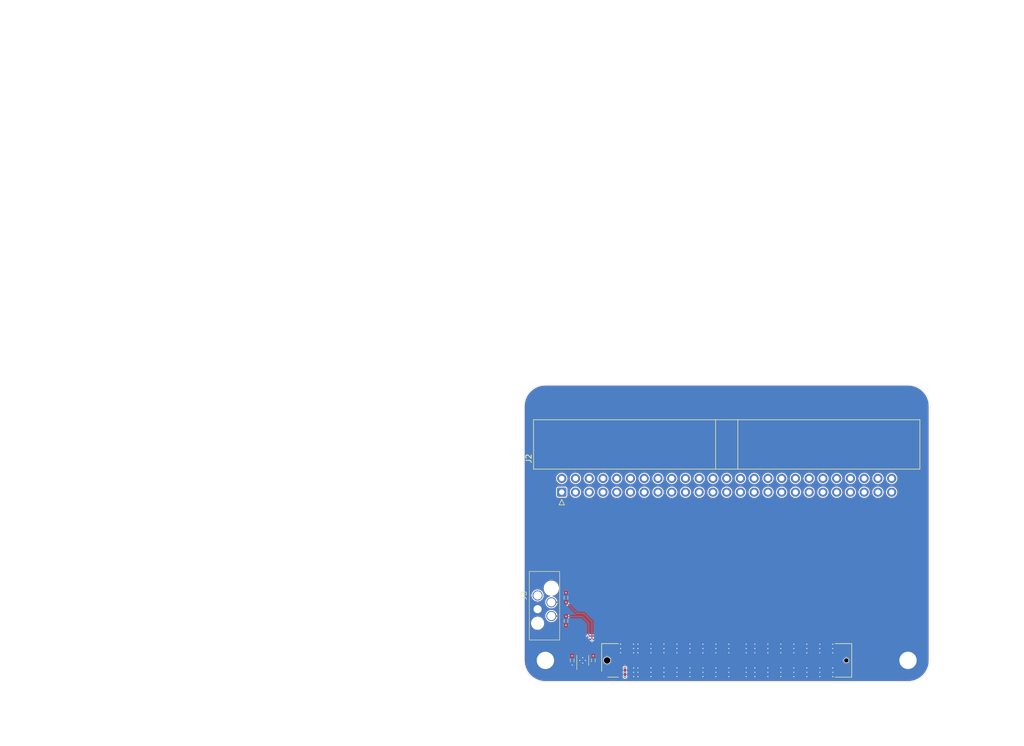
<source format=kicad_pcb>
(kicad_pcb (version 20240108) (generator "pcbnew") (generator_version "8.0")
  (title_block (title "Squishy - SE PHY ") (date "2024-06-14") (rev "1") (company "Shrine Maiden Heavy Industries") (comment 1 "License: CERN-OHL-S") (comment 2 "© 2024 Aki 'lethalbit' Van Ness, et. al.") (comment 3 "No warranty expressed or implied") (comment 4 "Squishy - SCSI Multitool"))
  (layers (0 "F.Cu" signal) (1 "In1.Cu" signal) (2 "In2.Cu" signal) (3 "In3.Cu" signal) (4 "In4.Cu" signal) (31 "B.Cu" signal) (34 "B.Paste" user) (35 "F.Paste" user) (36 "B.SilkS" user "B.Silkscreen") (37 "F.SilkS" user "F.Silkscreen") (38 "B.Mask" user) (39 "F.Mask" user) (44 "Edge.Cuts" user))
  (net 0 "")
  (net 1 "GND")
  (net 4 "/PHY.ID_SCL")
  (net 5 "+3V3")
  (net 6 "/PHY.ID_SDA")
  (net 7 "/CON.DP14+")
  (net 8 "/CON.C{slash}D+")
  (net 9 "/CON.DB10-")
  (net 10 "/CON.DB4-")
  (net 11 "/CON.ACK+")
  (net 12 "/CON.TERMPWR")
  (net 13 "/CON.DP1+")
  (net 14 "/CON.BSY-")
  (net 15 "/CON.RST-")
  (net 16 "/CON.DB2-")
  (net 17 "/CON.BSY+")
  (net 18 "/CON.DB5+")
  (net 19 "/CON.ATN-")
  (net 20 "/CON.DP0+")
  (net 21 "/CON.SEL+")
  (net 22 "/CON.ATN+")
  (net 23 "/CON.DB9-")
  (net 24 "/CON.SEL-")
  (net 25 "/CON.DB9+")
  (net 26 "/CON.DB0-")
  (net 27 "/CON.DB11+")
  (net 28 "/CON.DB7+")
  (net 29 "/CON.DP1-")
  (net 30 "/CON.DB5-")
  (net 31 "/CON.REQ-")
  (net 32 "/CON.DB1-")
  (net 33 "/CON.DB13+")
  (net 34 "/CON.REQ+")
  (net 35 "/CON.DB3-")
  (net 36 "/CON.DB8+")
  (net 37 "/CON.DB13-")
  (net 38 "/CON.DB15-")
  (net 39 "/CON.MSG+")
  (net 40 "/CON.DB11-")
  (net 41 "/CON.DP12+")
  (net 42 "/CON.DB3+")
  (net 43 "/CON.ACK-")
  (net 44 "/CON.DIFFSENSE")
  (net 45 "/CON.I{slash}O+")
  (net 46 "/CON.I{slash}O-")
  (net 47 "/CON.DB4+")
  (net 48 "/CON.DB15+")
  (net 49 "/CON.DB6-")
  (net 50 "/CON.DP14-")
  (net 51 "/CON.RST+")
  (net 52 "/CON.DB8-")
  (net 53 "/CON.DB10+")
  (net 54 "/CON.MSG-")
  (net 55 "/CON.DB6+")
  (net 56 "/CON.C{slash}D-")
  (net 57 "/CON.DB7-")
  (net 58 "/CON.DP12-")
  (net 59 "/CON.DB1+")
  (net 60 "/CON.DP0-")
  (net 61 "/CON.DB2+")
  (net 62 "/CON.DB0+")
  (net 63 "Net-(U1-E0)")
  (footprint "lethalbit-connectors:1014457-10x80xLF" (layer "F.Cu") (at 147.5 136 180)
    (property "Reference" "J1" (hide yes))
    (property "Value" "SCSI PHY Mezz")
    (fp_line (start 23.100001 3.1) (end 23.1 -2) (stroke (width 0.12)) (layer "F.SilkS"))
    (fp_line (start 23.100001 3.1) (end 20.000001 3.1) (stroke (width 0.12)) (layer "F.SilkS"))
    (fp_line (start 22 -3.1) (end 20.000001 -3.1) (stroke (width 0.12)) (layer "F.SilkS"))
    (fp_line (start -20.000001 3.1) (end -23.100001 3.1) (stroke (width 0.12)) (layer "F.SilkS"))
    (fp_line (start -20.000001 -3.1) (end -23.100001 -3.1) (stroke (width 0.12)) (layer "F.SilkS"))
    (fp_line (start -23.100001 3.1) (end -23.100001 -3.1) (stroke (width 0.12)) (layer "F.SilkS"))
    (pad "" np_thru_hole circle (at -22.1 0 180) (size 0.8 0.8) (drill 0.8) (layers "*.Mask"))
    (pad "" np_thru_hole circle (at 22.1 0 180) (size 1.2 1.2) (drill 1.2) (layers "*.Mask"))
    (pad "1" smd roundrect (at 19.6 -2.2 180) (size 0.4 2) (layers "F.Cu" "F.Paste" "F.Mask") (net 1 "GND"))
    (pad "2" smd roundrect (at 19.6 2.2 180) (size 0.4 2) (layers "F.Cu" "F.Paste" "F.Mask") (net 1 "GND"))
    (pad "3" smd roundrect (at 18.8 -2.199999 180) (size 0.4 2) (layers "F.Cu" "F.Paste" "F.Mask") (net 5 "+3V3"))
    (pad "4" smd roundrect (at 18.8 2.199999 180) (size 0.4 2) (layers "F.Cu" "F.Paste" "F.Mask") (net 6 "/PHY.ID_SDA"))
    (pad "5" smd roundrect (at 18 -2.2 180) (size 0.4 2) (layers "F.Cu" "F.Paste" "F.Mask"))
    (pad "6" smd roundrect (at 18 2.2 180) (size 0.4 2) (layers "F.Cu" "F.Paste" "F.Mask") (net 4 "/PHY.ID_SCL"))
    (pad "7" smd roundrect (at 17.200001 -2.2 180) (size 0.4 2) (layers "F.Cu" "F.Paste" "F.Mask") (net 1 "GND"))
    (pad "8" smd roundrect (at 17.200001 2.2 180) (size 0.4 2) (layers "F.Cu" "F.Paste" "F.Mask") (net 1 "GND"))
    (pad "9" smd roundrect (at 16.4 -2.2 180) (size 0.4 2) (layers "F.Cu" "F.Paste" "F.Mask") (net 1 "GND"))
    (pad "10" smd roundrect (at 16.4 2.2 180) (size 0.4 2) (layers "F.Cu" "F.Paste" "F.Mask") (net 1 "GND"))
    (pad "11" smd roundrect (at 15.6 -2.2 180) (size 0.4 2) (layers "F.Cu" "F.Paste" "F.Mask") (net 41 "/CON.DP12+"))
    (pad "12" smd roundrect (at 15.6 2.2 180) (size 0.4 2) (layers "F.Cu" "F.Paste" "F.Mask") (net 58 "/CON.DP12-"))
    (pad "13" smd roundrect (at 14.799999 -2.2 180) (size 0.4 2) (layers "F.Cu" "F.Paste" "F.Mask") (net 33 "/CON.DB13+"))
    (pad "14" smd roundrect (at 14.799999 2.2 180) (size 0.4 2) (layers "F.Cu" "F.Paste" "F.Mask") (net 37 "/CON.DB13-"))
    (pad "15" smd roundrect (at 14 -2.2 180) (size 0.4 2) (layers "F.Cu" "F.Paste" "F.Mask") (net 1 "GND"))
    (pad "16" smd roundrect (at 14 2.2 180) (size 0.4 2) (layers "F.Cu" "F.Paste" "F.Mask") (net 1 "GND"))
    (pad "17" smd roundrect (at 13.2 -2.199999 180) (size 0.4 2) (layers "F.Cu" "F.Paste" "F.Mask") (net 7 "/CON.DP14+"))
    (pad "18" smd roundrect (at 13.2 2.199999 180) (size 0.4 2) (layers "F.Cu" "F.Paste" "F.Mask") (net 50 "/CON.DP14-"))
    (pad "19" smd roundrect (at 12.4 -2.2 180) (size 0.4 2) (layers "F.Cu" "F.Paste" "F.Mask") (net 48 "/CON.DB15+"))
    (pad "20" smd roundrect (at 12.4 2.2 180) (size 0.4 2) (layers "F.Cu" "F.Paste" "F.Mask") (net 38 "/CON.DB15-"))
    (pad "21" smd roundrect (at 11.6 -2.2 180) (size 0.4 2) (layers "F.Cu" "F.Paste" "F.Mask") (net 1 "GND"))
    (pad "22" smd roundrect (at 11.6 2.2 180) (size 0.4 2) (layers "F.Cu" "F.Paste" "F.Mask") (net 1 "GND"))
    (pad "23" smd roundrect (at 10.8 -2.2 180) (size 0.4 2) (layers "F.Cu" "F.Paste" "F.Mask") (net 13 "/CON.DP1+"))
    (pad "24" smd roundrect (at 10.8 2.2 180) (size 0.4 2) (layers "F.Cu" "F.Paste" "F.Mask") (net 29 "/CON.DP1-"))
    (pad "25" smd roundrect (at 10 -2.2 180) (size 0.4 2) (layers "F.Cu" "F.Paste" "F.Mask") (net 62 "/CON.DB0+"))
    (pad "26" smd roundrect (at 10 2.2 180) (size 0.4 2) (layers "F.Cu" "F.Paste" "F.Mask") (net 26 "/CON.DB0-"))
    (pad "27" smd roundrect (at 9.199999 -2.2 180) (size 0.4 2) (layers "F.Cu" "F.Paste" "F.Mask") (net 1 "GND"))
    (pad "28" smd roundrect (at 9.199999 2.2 180) (size 0.4 2) (layers "F.Cu" "F.Paste" "F.Mask") (net 1 "GND"))
    (pad "29" smd roundrect (at 8.4 -2.2 180) (size 0.4 2) (layers "F.Cu" "F.Paste" "F.Mask") (net 59 "/CON.DB1+"))
    (pad "30" smd roundrect (at 8.4 2.2 180) (size 0.4 2) (layers "F.Cu" "F.Paste" "F.Mask") (net 32 "/CON.DB1-"))
    (pad "31" smd roundrect (at 7.6 -2.199999 180) (size 0.4 2) (layers "F.Cu" "F.Paste" "F.Mask") (net 61 "/CON.DB2+"))
    (pad "32" smd roundrect (at 7.6 2.199999 180) (size 0.4 2) (layers "F.Cu" "F.Paste" "F.Mask") (net 16 "/CON.DB2-"))
    (pad "33" smd roundrect (at 6.8 -2.2 180) (size 0.4 2) (layers "F.Cu" "F.Paste" "F.Mask") (net 1 "GND"))
    (pad "34" smd roundrect (at 6.8 2.2 180) (size 0.4 2) (layers "F.Cu" "F.Paste" "F.Mask") (net 1 "GND"))
    (pad "35" smd roundrect (at 6 -2.2 180) (size 0.4 2) (layers "F.Cu" "F.Paste" "F.Mask") (net 42 "/CON.DB3+"))
    (pad "36" smd roundrect (at 6 2.2 180) (size 0.4 2) (layers "F.Cu" "F.Paste" "F.Mask") (net 35 "/CON.DB3-"))
    (pad "37" smd roundrect (at 5.2 -2.2 180) (size 0.4 2) (layers "F.Cu" "F.Paste" "F.Mask") (net 47 "/CON.DB4+"))
    (pad "38" smd roundrect (at 5.2 2.2 180) (size 0.4 2) (layers "F.Cu" "F.Paste" "F.Mask") (net 10 "/CON.DB4-"))
    (pad "39" smd roundrect (at 4.4 -2.2 180) (size 0.4 2) (layers "F.Cu" "F.Paste" "F.Mask") (net 1 "GND"))
    (pad "40" smd roundrect (at 4.4 2.2 180) (size 0.4 2) (layers "F.Cu" "F.Paste" "F.Mask") (net 1 "GND"))
    (pad "41" smd roundrect (at 3.599999 -2.2 180) (size 0.4 2) (layers "F.Cu" "F.Paste" "F.Mask") (net 18 "/CON.DB5+"))
    (pad "42" smd roundrect (at 3.599999 2.2 180) (size 0.4 2) (layers "F.Cu" "F.Paste" "F.Mask") (net 30 "/CON.DB5-"))
    (pad "43" smd roundrect (at 2.8 -2.2 180) (size 0.4 2) (layers "F.Cu" "F.Paste" "F.Mask") (net 55 "/CON.DB6+"))
    (pad "44" smd roundrect (at 2.8 2.2 180) (size 0.4 2) (layers "F.Cu" "F.Paste" "F.Mask") (net 49 "/CON.DB6-"))
    (pad "45" smd roundrect (at 2 -2.199999 180) (size 0.4 2) (layers "F.Cu" "F.Paste" "F.Mask") (net 1 "GND"))
    (pad "46" smd roundrect (at 2 2.199999 180) (size 0.4 2) (layers "F.Cu" "F.Paste" "F.Mask") (net 1 "GND"))
    (pad "47" smd roundrect (at 1.2 -2.2 180) (size 0.4 2) (layers "F.Cu" "F.Paste" "F.Mask") (net 28 "/CON.DB7+"))
    (pad "48" smd roundrect (at 1.2 2.2 180) (size 0.4 2) (layers "F.Cu" "F.Paste" "F.Mask") (net 57 "/CON.DB7-"))
    (pad "49" smd roundrect (at 0.4 -2.2 180) (size 0.4 2) (layers "F.Cu" "F.Paste" "F.Mask") (net 20 "/CON.DP0+"))
    (pad "50" smd roundrect (at 0.4 2.2 180) (size 0.4 2) (layers "F.Cu" "F.Paste" "F.Mask") (net 60 "/CON.DP0-"))
    (pad "51" smd roundrect (at -0.4 -2.2 180) (size 0.4 2) (layers "F.Cu" "F.Paste" "F.Mask") (net 1 "GND"))
    (pad "52" smd roundrect (at -0.4 2.2 180) (size 0.4 2) (layers "F.Cu" "F.Paste" "F.Mask") (net 1 "GND"))
    (pad "53" smd roundrect (at -1.2 -2.2 180) (size 0.4 2) (layers "F.Cu" "F.Paste" "F.Mask") (net 44 "/CON.DIFFSENSE"))
    (pad "54" smd roundrect (at -1.2 2.2 180) (size 0.4 2) (layers "F.Cu" "F.Paste" "F.Mask"))
    (pad "55" smd roundrect (at -2 -2.199999 180) (size 0.4 2) (layers "F.Cu" "F.Paste" "F.Mask") (net 12 "/CON.TERMPWR"))
    (pad "56" smd roundrect (at -2 2.199999 180) (size 0.4 2) (layers "F.Cu" "F.Paste" "F.Mask") (net 12 "/CON.TERMPWR"))
    (pad "57" smd roundrect (at -2.8 -2.2 180) (size 0.4 2) (layers "F.Cu" "F.Paste" "F.Mask") (net 12 "/CON.TERMPWR"))
    (pad "58" smd roundrect (at -2.8 2.2 180) (size 0.4 2) (layers "F.Cu" "F.Paste" "F.Mask") (net 12 "/CON.TERMPWR"))
    (pad "59" smd roundrect (at -3.599999 -2.2 180) (size 0.4 2) (layers "F.Cu" "F.Paste" "F.Mask") (net 1 "GND"))
    (pad "60" smd roundrect (at -3.599999 2.2 180) (size 0.4 2) (layers "F.Cu" "F.Paste" "F.Mask") (net 1 "GND"))
    (pad "61" smd roundrect (at -4.4 -2.2 180) (size 0.4 2) (layers "F.Cu" "F.Paste" "F.Mask") (net 22 "/CON.ATN+"))
    (pad "62" smd roundrect (at -4.4 2.2 180) (size 0.4 2) (layers "F.Cu" "F.Paste" "F.Mask") (net 19 "/CON.ATN-"))
    (pad "63" smd roundrect (at -5.2 -2.2 180) (size 0.4 2) (layers "F.Cu" "F.Paste" "F.Mask") (net 1 "GND"))
    (pad "64" smd roundrect (at -5.2 2.2 180) (size 0.4 2) (layers "F.Cu" "F.Paste" "F.Mask") (net 1 "GND"))
    (pad "65" smd roundrect (at -6 -2.2 180) (size 0.4 2) (layers "F.Cu" "F.Paste" "F.Mask") (net 17 "/CON.BSY+"))
    (pad "66" smd roundrect (at -6 2.2 180) (size 0.4 2) (layers "F.Cu" "F.Paste" "F.Mask") (net 14 "/CON.BSY-"))
    (pad "67" smd roundrect (at -6.8 -2.2 180) (size 0.4 2) (layers "F.Cu" "F.Paste" "F.Mask") (net 11 "/CON.ACK+"))
    (pad "68" smd roundrect (at -6.8 2.2 180) (size 0.4 2) (layers "F.Cu" "F.Paste" "F.Mask") (net 43 "/CON.ACK-"))
    (pad "69" smd roundrect (at -7.6 -2.199999 180) (size 0.4 2) (layers "F.Cu" "F.Paste" "F.Mask") (net 1 "GND"))
    (pad "70" smd roundrect (at -7.6 2.199999 180) (size 0.4 2) (layers "F.Cu" "F.Paste" "F.Mask") (net 1 "GND"))
    (pad "71" smd roundrect (at -8.4 -2.2 180) (size 0.4 2) (layers "F.Cu" "F.Paste" "F.Mask") (net 51 "/CON.RST+"))
    (pad "72" smd roundrect (at -8.4 2.2 180) (size 0.4 2) (layers "F.Cu" "F.Paste" "F.Mask") (net 15 "/CON.RST-"))
    (pad "73" smd roundrect (at -9.199999 -2.2 180) (size 0.4 2) (layers "F.Cu" "F.Paste" "F.Mask") (net 39 "/CON.MSG+"))
    (pad "74" smd roundrect (at -9.199999 2.2 180) (size 0.4 2) (layers "F.Cu" "F.Paste" "F.Mask") (net 54 "/CON.MSG-"))
    (pad "75" smd roundrect (at -10 -2.2 180) (size 0.4 2) (layers "F.Cu" "F.Paste" "F.Mask") (net 1 "GND"))
    (pad "76" smd roundrect (at -10 2.2 180) (size 0.4 2) (layers "F.Cu" "F.Paste" "F.Mask") (net 1 "GND"))
    (pad "77" smd roundrect (at -10.8 -2.2 180) (size 0.4 2) (layers "F.Cu" "F.Paste" "F.Mask") (net 21 "/CON.SEL+"))
    (pad "78" smd roundrect (at -10.8 2.2 180) (size 0.4 2) (layers "F.Cu" "F.Paste" "F.Mask") (net 24 "/CON.SEL-"))
    (pad "79" smd roundrect (at -11.6 -2.2 180) (size 0.4 2) (layers "F.Cu" "F.Paste" "F.Mask") (net 8 "/CON.C{slash}D+"))
    (pad "80" smd roundrect (at -11.6 2.2 180) (size 0.4 2) (layers "F.Cu" "F.Paste" "F.Mask") (net 56 "/CON.C{slash}D-"))
    (pad "81" smd roundrect (at -12.4 -2.2 180) (size 0.4 2) (layers "F.Cu" "F.Paste" "F.Mask") (net 1 "GND"))
    (pad "82" smd roundrect (at -12.4 2.2 180) (size 0.4 2) (layers "F.Cu" "F.Paste" "F.Mask") (net 1 "GND"))
    (pad "83" smd roundrect (at -13.2 -2.199999 180) (size 0.4 2) (layers "F.Cu" "F.Paste" "F.Mask") (net 34 "/CON.REQ+"))
    (pad "84" smd roundrect (at -13.2 2.199999 180) (size 0.4 2) (layers "F.Cu" "F.Paste" "F.Mask") (net 31 "/CON.REQ-"))
    (pad "85" smd roundrect (at -14 -2.2 180) (size 0.4 2) (layers "F.Cu" "F.Paste" "F.Mask") (net 45 "/CON.I{slash}O+"))
    (pad "86" smd roundrect (at -14 2.2 180) (size 0.4 2) (layers "F.Cu" "F.Paste" "F.Mask") (net 46 "/CON.I{slash}O-"))
    (pad "87" smd roundrect (at -14.799999 -2.2 180) (size 0.4 2) (layers "F.Cu" "F.Paste" "F.Mask") (net 1 "GND"))
    (pad "88" smd roundrect (at -14.799999 2.2 180) (size 0.4 2) (layers "F.Cu" "F.Paste" "F.Mask") (net 1 "GND"))
    (pad "89" smd roundrect (at -15.6 -2.2 180) (size 0.4 2) (layers "F.Cu" "F.Paste" "F.Mask") (net 36 "/CON.DB8+"))
    (pad "90" smd roundrect (at -15.6 2.2 180) (size 0.4 2) (layers "F.Cu" "F.Paste" "F.Mask") (net 52 "/CON.DB8-"))
    (pad "91" smd roundrect (at -16.4 -2.2 180) (size 0.4 2) (layers "F.Cu" "F.Paste" "F.Mask") (net 25 "/CON.DB9+"))
    (pad "92" smd roundrect (at -16.4 2.2 180) (size 0.4 2) (layers "F.Cu" "F.Paste" "F.Mask") (net 23 "/CON.DB9-"))
    (pad "93" smd roundrect (at -17.200001 -2.2 180) (size 0.4 2) (layers "F.Cu" "F.Paste" "F.Mask") (net 1 "GND"))
    (pad "94" smd roundrect (at -17.200001 2.2 180) (size 0.4 2) (layers "F.Cu" "F.Paste" "F.Mask") (net 1 "GND"))
    (pad "95" smd roundrect (at -18 -2.2 180) (size 0.4 2) (layers "F.Cu" "F.Paste" "F.Mask") (net 53 "/CON.DB10+"))
    (pad "96" smd roundrect (at -18 2.2 180) (size 0.4 2) (layers "F.Cu" "F.Paste" "F.Mask") (net 9 "/CON.DB10-"))
    (pad "97" smd roundrect (at -18.8 -2.199999 180) (size 0.4 2) (layers "F.Cu" "F.Paste" "F.Mask") (net 27 "/CON.DB11+"))
    (pad "98" smd roundrect (at -18.8 2.199999 180) (size 0.4 2) (layers "F.Cu" "F.Paste" "F.Mask") (net 40 "/CON.DB11-"))
    (pad "99" smd roundrect (at -19.6 -2.2 180) (size 0.4 2) (layers "F.Cu" "F.Paste" "F.Mask") (net 1 "GND"))
    (pad "100" smd roundrect (at -19.6 2.2 180) (size 0.4 2) (layers "F.Cu" "F.Paste" "F.Mask") (net 1 "GND"))
  )
  (footprint "Connector_IDC:IDC-Header_2x25_P2.54mm_Horizontal" (layer "F.Cu") (at 117.02 104.8975 90)
    (property "Reference" "J2" (at 6.215 -6.1 90) (layer "F.SilkS"))
    (property "Value" "Conn_02x25_Odd_Even")
    (fp_line (start 13.39 -5.21) (end 13.39 66.17) (stroke (width 0.12)) (layer "F.SilkS"))
    (fp_line (start 4.27 -5.21) (end 13.39 -5.21) (stroke (width 0.12)) (layer "F.SilkS"))
    (fp_line (start -2.35 -0.499999) (end -2.35 0.499999) (stroke (width 0.12)) (layer "F.SilkS"))
    (fp_line (start -1.35 0) (end -2.35 -0.499999) (stroke (width 0.12)) (layer "F.SilkS"))
    (fp_line (start -2.35 0.499999) (end -1.35 0) (stroke (width 0.12)) (layer "F.SilkS"))
    (fp_line (start 4.27 28.43) (end 13.39 28.43) (stroke (width 0.12)) (layer "F.SilkS"))
    (fp_line (start 4.27 32.530001) (end 13.39 32.53) (stroke (width 0.12)) (layer "F.SilkS"))
    (fp_line (start 13.39 66.17) (end 4.27 66.17) (stroke (width 0.12)) (layer "F.SilkS"))
    (fp_line (start 4.27 66.17) (end 4.27 -5.21) (stroke (width 0.12)) (layer "F.SilkS"))
    (pad "1" thru_hole roundrect (at 0 0 90) (size 1.7 1.7) (drill 1) (layers "*.Cu" "*.Mask") (roundrect_rratio 0.147059))
    (pad "2" thru_hole circle (at 2.54 0 90) (size 1.7 1.7) (drill 1) (layers "*.Cu" "*.Mask"))
    (pad "3" thru_hole circle (at 0 2.54 90) (size 1.7 1.7) (drill 1) (layers "*.Cu" "*.Mask"))
    (pad "4" thru_hole circle (at 2.54 2.54 90) (size 1.7 1.7) (drill 1) (layers "*.Cu" "*.Mask"))
    (pad "5" thru_hole circle (at 0 5.079999 90) (size 1.7 1.7) (drill 1) (layers "*.Cu" "*.Mask"))
    (pad "6" thru_hole circle (at 2.54 5.08 90) (size 1.7 1.7) (drill 1) (layers "*.Cu" "*.Mask"))
    (pad "7" thru_hole circle (at 0 7.62 90) (size 1.7 1.7) (drill 1) (layers "*.Cu" "*.Mask"))
    (pad "8" thru_hole circle (at 2.54 7.62 90) (size 1.7 1.7) (drill 1) (layers "*.Cu" "*.Mask"))
    (pad "9" thru_hole circle (at 0 10.16 90) (size 1.7 1.7) (drill 1) (layers "*.Cu" "*.Mask"))
    (pad "10" thru_hole circle (at 2.54 10.16 90) (size 1.7 1.7) (drill 1) (layers "*.Cu" "*.Mask"))
    (pad "11" thru_hole circle (at 0 12.7 90) (size 1.7 1.7) (drill 1) (layers "*.Cu" "*.Mask"))
    (pad "12" thru_hole circle (at 2.54 12.7 90) (size 1.7 1.7) (drill 1) (layers "*.Cu" "*.Mask"))
    (pad "13" thru_hole circle (at 0 15.24 90) (size 1.7 1.7) (drill 1) (layers "*.Cu" "*.Mask"))
    (pad "14" thru_hole circle (at 2.54 15.24 90) (size 1.7 1.7) (drill 1) (layers "*.Cu" "*.Mask"))
    (pad "15" thru_hole circle (at 0 17.780001 90) (size 1.7 1.7) (drill 1) (layers "*.Cu" "*.Mask"))
    (pad "16" thru_hole circle (at 2.54 17.78 90) (size 1.7 1.7) (drill 1) (layers "*.Cu" "*.Mask"))
    (pad "17" thru_hole circle (at 0 20.32 90) (size 1.7 1.7) (drill 1) (layers "*.Cu" "*.Mask"))
    (pad "18" thru_hole circle (at 2.54 20.32 90) (size 1.7 1.7) (drill 1) (layers "*.Cu" "*.Mask"))
    (pad "19" thru_hole circle (at 0 22.86 90) (size 1.7 1.7) (drill 1) (layers "*.Cu" "*.Mask"))
    (pad "20" thru_hole circle (at 2.54 22.86 90) (size 1.7 1.7) (drill 1) (layers "*.Cu" "*.Mask"))
    (pad "21" thru_hole circle (at 0 25.4 90) (size 1.7 1.7) (drill 1) (layers "*.Cu" "*.Mask"))
    (pad "22" thru_hole circle (at 2.54 25.4 90) (size 1.7 1.7) (drill 1) (layers "*.Cu" "*.Mask"))
    (pad "23" thru_hole circle (at 0 27.939999 90) (size 1.7 1.7) (drill 1) (layers "*.Cu" "*.Mask"))
    (pad "24" thru_hole circle (at 2.54 27.94 90) (size 1.7 1.7) (drill 1) (layers "*.Cu" "*.Mask"))
    (pad "25" thru_hole circle (at 0 30.48 90) (size 1.7 1.7) (drill 1) (layers "*.Cu" "*.Mask"))
    (pad "26" thru_hole circle (at 2.54 30.48 90) (size 1.7 1.7) (drill 1) (layers "*.Cu" "*.Mask"))
    (pad "27" thru_hole circle (at 0 33.02 90) (size 1.7 1.7) (drill 1) (layers "*.Cu" "*.Mask"))
    (pad "28" thru_hole circle (at 2.54 33.02 90) (size 1.7 1.7) (drill 1) (layers "*.Cu" "*.Mask"))
    (pad "29" thru_hole circle (at 0 35.56 90) (size 1.7 1.7) (drill 1) (layers "*.Cu" "*.Mask"))
    (pad "30" thru_hole circle (at 2.54 35.56 90) (size 1.7 1.7) (drill 1) (layers "*.Cu" "*.Mask"))
    (pad "31" thru_hole circle (at 0 38.099999 90) (size 1.7 1.7) (drill 1) (layers "*.Cu" "*.Mask"))
    (pad "32" thru_hole circle (at 2.54 38.1 90) (size 1.7 1.7) (drill 1) (layers "*.Cu" "*.Mask"))
    (pad "33" thru_hole circle (at 0 40.640001 90) (size 1.7 1.7) (drill 1) (layers "*.Cu" "*.Mask"))
    (pad "34" thru_hole circle (at 2.54 40.64 90) (size 1.7 1.7) (drill 1) (layers "*.Cu" "*.Mask"))
    (pad "35" thru_hole circle (at 0 43.18 90) (size 1.7 1.7) (drill 1) (layers "*.Cu" "*.Mask"))
    (pad "36" thru_hole circle (at 2.54 43.18 90) (size 1.7 1.7) (drill 1) (layers "*.Cu" "*.Mask"))
    (pad "37" thru_hole circle (at 0 45.72 90) (size 1.7 1.7) (drill 1) (layers "*.Cu" "*.Mask"))
    (pad "38" thru_hole circle (at 2.54 45.72 90) (size 1.7 1.7) (drill 1) (layers "*.Cu" "*.Mask"))
    (pad "39" thru_hole circle (at 0 48.26 90) (size 1.7 1.7) (drill 1) (layers "*.Cu" "*.Mask"))
    (pad "40" thru_hole circle (at 2.54 48.26 90) (size 1.7 1.7) (drill 1) (layers "*.Cu" "*.Mask"))
    (pad "41" thru_hole circle (at 0 50.799999 90) (size 1.7 1.7) (drill 1) (layers "*.Cu" "*.Mask"))
    (pad "42" thru_hole circle (at 2.54 50.8 90) (size 1.7 1.7) (drill 1) (layers "*.Cu" "*.Mask"))
    (pad "43" thru_hole circle (at 0 53.34 90) (size 1.7 1.7) (drill 1) (layers "*.Cu" "*.Mask"))
    (pad "44" thru_hole circle (at 2.54 53.34 90) (size 1.7 1.7) (drill 1) (layers "*.Cu" "*.Mask"))
    (pad "45" thru_hole circle (at 0 55.88 90) (size 1.7 1.7) (drill 1) (layers "*.Cu" "*.Mask"))
    (pad "46" thru_hole circle (at 2.54 55.88 90) (size 1.7 1.7) (drill 1) (layers "*.Cu" "*.Mask"))
    (pad "47" thru_hole circle (at 0 58.42 90) (size 1.7 1.7) (drill 1) (layers "*.Cu" "*.Mask"))
    (pad "48" thru_hole circle (at 2.54 58.42 90) (size 1.7 1.7) (drill 1) (layers "*.Cu" "*.Mask"))
    (pad "49" thru_hole circle (at 0 60.959999 90) (size 1.7 1.7) (drill 1) (layers "*.Cu" "*.Mask"))
    (pad "50" thru_hole circle (at 2.54 60.96 90) (size 1.7 1.7) (drill 1) (layers "*.Cu" "*.Mask"))
  )
  (footprint "rhais_rcl:R0603" (layer "F.Cu") (at 117.8 128.7 90)
    (property "Reference" "R3")
    (property "Value" "4k7" (hide yes))
    (fp_line (start 0.3 -0.349999) (end -0.3 -0.349999) (stroke (width 0.1)) (layer "F.SilkS"))
    (fp_line (start -0.3 0.349999) (end 0.3 0.349999) (stroke (width 0.1)) (layer "F.SilkS"))
    (pad "1" smd roundrect (at -0.85 0 90) (size 0.9 0.8) (layers "F.Cu" "F.Paste" "F.Mask") (net 5 "+3V3"))
    (pad "2" smd roundrect (at 0.85 0 90) (size 0.9 0.8) (layers "F.Cu" "F.Paste" "F.Mask") (net 4 "/PHY.ID_SCL"))
  )
  (footprint "rhais_rcl:R0603" (layer "F.Cu") (at 117.8 124.4 -90)
    (property "Reference" "R2")
    (property "Value" "4k7" (hide yes))
    (fp_line (start -0.3 0.349999) (end 0.3 0.349999) (stroke (width 0.1)) (layer "F.SilkS"))
    (fp_line (start 0.3 -0.349999) (end -0.3 -0.349999) (stroke (width 0.1)) (layer "F.SilkS"))
    (pad "1" smd roundrect (at -0.85 0 270) (size 0.9 0.8) (layers "F.Cu" "F.Paste" "F.Mask") (net 5 "+3V3"))
    (pad "2" smd roundrect (at 0.85 0 270) (size 0.9 0.8) (layers "F.Cu" "F.Paste" "F.Mask") (net 6 "/PHY.ID_SDA"))
  )
  (footprint "PCM_kikit:Tab" (layer "F.Cu") (at 185.25 126.25 180)
    (property "Reference" "REF**" (hide yes))
    (property "Value" "Tab")
  )
  (footprint "PCM_kikit:Tab" (layer "F.Cu") (at 174 140.25 90)
    (property "Reference" "REF**" (hide yes))
    (property "Value" "Tab")
  )
  (footprint "rhais_rcl:C0603" (layer "F.Cu") (at 118.95 136 90)
    (property "Reference" "C1")
    (property "Value" "100n" (hide yes))
    (fp_line (start -0.3 -0.349999) (end 0.3 -0.349999) (stroke (width 0.1)) (layer "F.SilkS"))
    (fp_line (start 0.3 0.349999) (end -0.3 0.349999) (stroke (width 0.1)) (layer "F.SilkS"))
    (pad "1" smd roundrect (at -0.85 0 90) (size 0.9 0.8) (layers "F.Cu" "F.Paste" "F.Mask") (net 1 "GND"))
    (pad "2" smd roundrect (at 0.85 0 90) (size 0.9 0.8) (layers "F.Cu" "F.Paste" "F.Mask") (net 5 "+3V3"))
  )
  (footprint "PCM_kikit:Tab" (layer "F.Cu") (at 121.000001 84.75 -90)
    (property "Reference" "REF**" (hide yes))
    (property "Value" "Tab")
  )
  (footprint "MountingHole:MountingHole_3.2mm_M3_Pad" (layer "F.Cu") (at 181 136)
    (property "Reference" "H4" (hide yes))
    (property "Value" "MountingHole" (hide yes))
    (pad "1" thru_hole circle (at 0 0) (size 6.4 6.4) (drill 3.2) (layers "*.Cu" "*.Mask") (net 1 "GND"))
  )
  (footprint "PCM_kikit:Tab" (layer "F.Cu") (at 109.7 126.25)
    (property "Reference" "REF**" (hide yes))
    (property "Value" "Tab")
  )
  (footprint "PCM_kikit:Tab" (layer "F.Cu") (at 174 84.75 -90)
    (property "Reference" "REF**" (hide yes))
    (property "Value" "Tab")
  )
  (footprint "PCM_kikit:Tab" (layer "F.Cu") (at 109.7 98.75)
    (property "Reference" "REF**" (hide yes))
    (property "Value" "Tab")
  )
  (footprint "PCM_kikit:Tab" (layer "F.Cu") (at 185.25 98.75 180)
    (property "Reference" "REF**" (hide yes))
    (property "Value" "Tab")
  )
  (footprint "rhais_rcl:R0603" (layer "F.Cu") (at 122.85 136 90)
    (property "Reference" "R1")
    (property "Value" "10k" (hide yes))
    (fp_line (start 0.3 -0.349999) (end -0.3 -0.349999) (stroke (width 0.1)) (layer "F.SilkS"))
    (fp_line (start -0.3 0.349999) (end 0.3 0.349999) (stroke (width 0.1)) (layer "F.SilkS"))
    (pad "1" smd roundrect (at -0.85 0 90) (size 0.9 0.8) (layers "F.Cu" "F.Paste" "F.Mask") (net 63 "Net-(U1-E0)"))
    (pad "2" smd roundrect (at 0.85 0 90) (size 0.9 0.8) (layers "F.Cu" "F.Paste" "F.Mask") (net 5 "+3V3"))
  )
  (footprint "lethalbit-memory:ST_UFDFPN-8-1EP_2x3mm_P0.5mm_EP1.6x1.6mm" (layer "F.Cu") (at 120.9 136 90)
    (property "Reference" "U1")
    (property "Value" "M24C02-RMC" (hide yes))
    (fp_line (start -1.7 -1.1) (end 0.95 -1.1) (stroke (width 0.1)) (layer "F.SilkS"))
    (fp_line (start 0.95 1.1) (end -0.95 1.1) (stroke (width 0.1)) (layer "F.SilkS"))
    (pad "1" smd roundrect (at -1.4 -0.750001 90) (size 0.6 0.3) (layers "F.Cu" "F.Paste" "F.Mask") (roundrect_rratio 0.15625) (net 63 "Net-(U1-E0)"))
    (pad "2" smd roundrect (at -1.4 -0.25 90) (size 0.6 0.3) (layers "F.Cu" "F.Paste" "F.Mask") (roundrect_rratio 0.15625) (net 63 "Net-(U1-E0)"))
    (pad "3" smd roundrect (at -1.4 0.25 90) (size 0.6 0.3) (layers "F.Cu" "F.Paste" "F.Mask") (roundrect_rratio 0.15625) (net 1 "GND"))
    (pad "4" smd roundrect (at -1.4 0.750001 90) (size 0.6 0.3) (layers "F.Cu" "F.Paste" "F.Mask") (roundrect_rratio 0.15625) (net 1 "GND"))
    (pad "5" smd roundrect (at 1.4 0.750001 90) (size 0.6 0.3) (layers "F.Cu" "F.Paste" "F.Mask") (roundrect_rratio 0.15625) (net 6 "/PHY.ID_SDA"))
    (pad "6" smd roundrect (at 1.4 0.25 90) (size 0.6 0.3) (layers "F.Cu" "F.Paste" "F.Mask") (roundrect_rratio 0.15625) (net 4 "/PHY.ID_SCL"))
    (pad "7" smd roundrect (at 1.4 -0.25 90) (size 0.6 0.3) (layers "F.Cu" "F.Paste" "F.Mask") (roundrect_rratio 0.15625) (net 1 "GND"))
    (pad "8" smd roundrect (at 1.4 -0.750001 90) (size 0.6 0.3) (layers "F.Cu" "F.Paste" "F.Mask") (roundrect_rratio 0.15625) (net 5 "+3V3"))
    (pad "EP" smd roundrect (at 0 0 90) (size 1.6 1.6) (layers "F.Cu" "F.Mask") (roundrect_rratio 0.15625) (net 1 "GND"))
  )
  (footprint "pkl_connectors_wuerth:490107670412-d" (layer "F.Cu") (at 112.56 123.99 90)
    (property "Reference" "J3" (at 0 -2.54 90) (layer "F.SilkS") (effects (font (thickness 0.1))))
    (property "Value" "Conn_01x04")
    (fp_poly (pts (xy 4.43 -1.529999) (xy -8.24 -1.529999) (xy -8.239999 4.07) (xy 4.43 4.070001)) (stroke (width 0.1)) (fill none) (layer "F.SilkS"))
    (pad "" np_thru_hole circle (at -5.14 0 90) (size 2.2 2.2) (drill 2.2) (layers "F&B.Cu" "*.Mask"))
    (pad "" np_thru_hole circle (at 1.33 2.54 90) (size 2.6 2.6) (drill 2.6) (layers "F&B.Cu" "*.Mask"))
    (pad "1" thru_hole circle (at 0 0 90) (size 1.85 1.85) (drill 1.5) (layers "*.Cu" "*.Mask") (net 5 "+3V3"))
    (pad "2" thru_hole circle (at -1.27 2.54 90) (size 1.85 1.85) (drill 1.5) (layers "*.Cu" "*.Mask") (net 6 "/PHY.ID_SDA"))
    (pad "3" thru_hole circle (at -2.54 0 90) (size 1.85 1.85) (drill 1.5) (layers "*.Cu" "*.Mask") (net 1 "GND"))
    (pad "4" thru_hole circle (at -3.81 2.54 90) (size 1.85 1.85) (drill 1.5) (layers "*.Cu" "*.Mask") (net 4 "/PHY.ID_SCL"))
  )
  (footprint "MountingHole:MountingHole_3.2mm_M3_Pad" (layer "F.Cu") (at 114 136)
    (property "Reference" "H3" (hide yes))
    (property "Value" "MountingHole" (hide yes))
    (pad "1" thru_hole circle (at 0 0) (size 6.4 6.4) (drill 3.2) (layers "*.Cu" "*.Mask") (net 1 "GND"))
  )
  (footprint "PCM_kikit:Tab" (layer "F.Cu") (at 121 140.25 90)
    (property "Reference" "REF**" (hide yes))
    (property "Value" "Tab")
  )
  (gr_line (start 181 85) (end 114 85) (stroke (width 0.05)) (layer "Edge.Cuts"))
  (gr_line (start 114 140) (end 181 140) (stroke (width 0.05)) (layer "Edge.Cuts"))
  (gr_arc (start 110 89) (mid 111.171573 86.171573) (end 114 85) (stroke (width 0.05)) (layer "Edge.Cuts"))
  (gr_line (start 185 136) (end 185 89) (stroke (width 0.05)) (layer "Edge.Cuts"))
  (gr_arc (start 185 136) (mid 183.828427 138.828427) (end 181 140) (stroke (width 0.05)) (layer "Edge.Cuts"))
  (gr_arc (start 181 85) (mid 183.828427 86.171573) (end 185 89) (stroke (width 0.05)) (layer "Edge.Cuts"))
  (gr_line (start 110 136) (end 110 89) (stroke (width 0.05)) (layer "Edge.Cuts"))
  (gr_arc (start 114 140) (mid 111.171573 138.828427) (end 110 136) (stroke (width 0.05)) (layer "Edge.Cuts"))
  (via (at 164.7 134.6) (size 0.45) (drill 0.2) (layers "F.Cu" "B.Cu") (net 1))
  (via (at 162.3 138.2) (size 0.45) (drill 0.2) (layers "F.Cu" "B.Cu") (net 1))
  (via (at 135.9 138.2) (size 0.45) (drill 0.2) (layers "F.Cu" "B.Cu") (net 1))
  (via (at 131.1 139) (size 0.45) (drill 0.2) (layers "F.Cu" "B.Cu") (net 1))
  (via (at 155.1 137.4) (size 0.45) (drill 0.2) (layers "F.Cu" "B.Cu") (net 1))
  (via (at 145.5 133.8) (size 0.45) (drill 0.2) (layers "F.Cu" "B.Cu") (net 1))
  (via (at 145.5 138.2) (size 0.45) (drill 0.2) (layers "F.Cu" "B.Cu") (net 1))
  (via (at 140.7 133) (size 0.45) (drill 0.2) (layers "F.Cu" "B.Cu") (net 1))
  (via (at 135.9 133.8) (size 0.45) (drill 0.2) (layers "F.Cu" "B.Cu") (net 1))
  (via (at 120.35 136) (size 0.45) (drill 0.2) (layers "F.Cu" "B.Cu") (net 1))
  (via (at 138.3 133.8) (size 0.45) (drill 0.2) (layers "F.Cu" "B.Cu") (net 1))
  (via (at 133.5 137.4) (size 0.45) (drill 0.2) (layers "F.Cu" "B.Cu") (net 1))
  (via (at 157.5 137.4) (size 0.45) (drill 0.2) (layers "F.Cu" "B.Cu") (net 1))
  (via (at 145.5 133) (size 0.45) (drill 0.2) (layers "F.Cu" "B.Cu") (net 1))
  (via (at 152.7 138.2) (size 0.45) (drill 0.2) (layers "F.Cu" "B.Cu") (net 1))
  (via (at 131.1 134.6) (size 0.45) (drill 0.2) (layers "F.Cu" "B.Cu") (net 1))
  (via (at 164.7 138.2) (size 0.45) (drill 0.2) (layers "F.Cu" "B.Cu") (net 1))
  (via (at 131.1 137.4) (size 0.45) (drill 0.2) (layers "F.Cu" "B.Cu") (net 1))
  (via (at 147.9 134.6) (size 0.45) (drill 0.2) (layers "F.Cu" "B.Cu") (net 1))
  (via (at 121.4 136) (size 0.45) (drill 0.2) (layers "F.Cu" "B.Cu") (net 1))
  (via (at 159.9 133) (size 0.45) (drill 0.2) (layers "F.Cu" "B.Cu") (net 1))
  (via (at 145.5 134.6) (size 0.45) (drill 0.2) (layers "F.Cu" "B.Cu") (net 1))
  (via (at 151.1 139) (size 0.45) (drill 0.2) (layers "F.Cu" "B.Cu") (net 1))
  (via (at 143.1 139) (size 0.45) (drill 0.2) (layers "F.Cu" "B.Cu") (net 1))
  (via (at 120.9 135.5) (size 0.45) (drill 0.2) (layers "F.Cu" "B.Cu") (net 1))
  (via (at 151.1 137.4) (size 0.45) (drill 0.2) (layers "F.Cu" "B.Cu") (net 1))
  (via (at 135.9 137.4) (size 0.45) (drill 0.2) (layers "F.Cu" "B.Cu") (net 1))
  (via (at 151.1 133.8) (size 0.45) (drill 0.2) (layers "F.Cu" "B.Cu") (net 1))
  (via (at 133.5 134.6) (size 0.45) (drill 0.2) (layers "F.Cu" "B.Cu") (net 1))
  (via (at 140.7 133.8) (size 0.45) (drill 0.2) (layers "F.Cu" "B.Cu") (net 1))
  (via (at 157.5 133.8) (size 0.45) (drill 0.2) (layers "F.Cu" "B.Cu") (net 1))
  (via (at 145.5 139) (size 0.45) (drill 0.2) (layers "F.Cu" "B.Cu") (net 1))
  (via (at 159.9 138.2) (size 0.45) (drill 0.2) (layers "F.Cu" "B.Cu") (net 1))
  (via (at 143.1 133) (size 0.45) (drill 0.2) (layers "F.Cu" "B.Cu") (net 1))
  (via (at 131.1 133) (size 0.45) (drill 0.2) (layers "F.Cu" "B.Cu") (net 1))
  (via (at 143.1 133.8) (size 0.45) (drill 0.2) (layers "F.Cu" "B.Cu") (net 1))
  (via (at 157.5 134.6) (size 0.45) (drill 0.2) (layers "F.Cu" "B.Cu") (net 1))
  (via (at 130.3 133.8) (size 0.45) (drill 0.2) (layers "F.Cu" "B.Cu") (net 1))
  (via (at 155.1 139) (size 0.45) (drill 0.2) (layers "F.Cu" "B.Cu") (net 1))
  (via (at 164.7 139) (size 0.45) (drill 0.2) (layers "F.Cu" "B.Cu") (net 1))
  (via (at 131.1 138.2) (size 0.45) (drill 0.2) (layers "F.Cu" "B.Cu") (net 1))
  (via (at 133.5 133.8) (size 0.45) (drill 0.2) (layers "F.Cu" "B.Cu") (net 1))
  (via (at 164.7 137.4) (size 0.45) (drill 0.2) (layers "F.Cu" "B.Cu") (net 1))
  (via (at 162.3 139) (size 0.45) (drill 0.2) (layers "F.Cu" "B.Cu") (net 1))
  (via (at 140.7 134.6) (size 0.45) (drill 0.2) (layers "F.Cu" "B.Cu") (net 1))
  (via (at 151.1 138.2) (size 0.45) (drill 0.2) (layers "F.Cu" "B.Cu") (net 1))
  (via (at 152.7 134.6) (size 0.45) (drill 0.2) (layers "F.Cu" "B.Cu") (net 1))
  (via (at 164.7 133.8) (size 0.45) (drill 0.2) (layers "F.Cu" "B.Cu") (net 1))
  (via (at 147.9 133.8) (size 0.45) (drill 0.2) (layers "F.Cu" "B.Cu") (net 1))
  (via (at 159.9 137.4) (size 0.45) (drill 0.2) (layers "F.Cu" "B.Cu") (net 1))
  (via (at 147.9 133) (size 0.45) (drill 0.2) (layers "F.Cu" "B.Cu") (net 1))
  (via (at 145.5 137.4) (size 0.45) (drill 0.2) (layers "F.Cu" "B.Cu") (net 1))
  (via (at 159.9 133.8) (size 0.45) (drill 0.2) (layers "F.Cu" "B.Cu") (net 1))
  (via (at 151.1 133) (size 0.45) (drill 0.2) (layers "F.Cu" "B.Cu") (net 1))
  (via (at 133.5 133) (size 0.45) (drill 0.2) (layers "F.Cu" "B.Cu") (net 1))
  (via (at 130.3 133) (size 0.45) (drill 0.2) (layers "F.Cu" "B.Cu") (net 1))
  (via (at 155.1 133) (size 0.45) (drill 0.2) (layers "F.Cu" "B.Cu") (net 1))
  (via (at 140.7 138.2) (size 0.45) (drill 0.2) (layers "F.Cu" "B.Cu") (net 1))
  (via (at 162.3 137.4) (size 0.45) (drill 0.2) (layers "F.Cu" "B.Cu") (net 1))
  (via (at 167.1 134.6) (size 0.45) (drill 0.2) (layers "F.Cu" "B.Cu") (net 1))
  (via (at 143.1 137.4) (size 0.45) (drill 0.2) (layers "F.Cu" "B.Cu") (net 1))
  (via (at 167.1 133) (size 0.45) (drill 0.2) (layers "F.Cu" "B.Cu") (net 1))
  (via (at 140.7 139) (size 0.45) (drill 0.2) (layers "F.Cu" "B.Cu") (net 1))
  (via (at 152.7 133) (size 0.45) (drill 0.2) (layers "F.Cu" "B.Cu") (net 1))
  (via (at 133.5 138.2) (size 0.45) (drill 0.2) (layers "F.Cu" "B.Cu") (net 1))
  (via (at 130.3 134.6) (size 0.45) (drill 0.2) (layers "F.Cu" "B.Cu") (net 1))
  (via (at 162.3 133.8) (size 0.45) (drill 0.2) (layers "F.Cu" "B.Cu") (net 1))
  (via (at 127.9 134.6) (size 0.45) (drill 0.2) (layers "F.Cu" "B.Cu") (net 1))
  (via (at 147.9 138.2) (size 0.45) (drill 0.2) (layers "F.Cu" "B.Cu") (net 1))
  (via (at 138.3 139) (size 0.45) (drill 0.2) (layers "F.Cu" "B.Cu") (net 1))
  (via (at 159.9 139) (size 0.45) (drill 0.2) (layers "F.Cu" "B.Cu") (net 1))
  (via (at 152.7 137.4) (size 0.45) (drill 0.2) (layers "F.Cu" "B.Cu") (net 1))
  (via (at 140.7 137.4) (size 0.45) (drill 0.2) (layers "F.Cu" "B.Cu") (net 1))
  (via (at 138.3 134.6) (size 0.45) (drill 0.2) (layers "F.Cu" "B.Cu") (net 1))
  (via (at 130.3 138.2) (size 0.45) (drill 0.2) (layers "F.Cu" "B.Cu") (net 1))
  (via (at 162.3 133) (size 0.45) (drill 0.2) (layers "F.Cu" "B.Cu") (net 1))
  (via (at 138.3 137.4) (size 0.45) (drill 0.2) (layers "F.Cu" "B.Cu") (net 1))
  (via (at 147.9 139) (size 0.45) (drill 0.2) (layers "F.Cu" "B.Cu") (net 1))
  (via (at 147.9 137.4) (size 0.45) (drill 0.2) (layers "F.Cu" "B.Cu") (net 1))
  (via (at 133.5 139) (size 0.45) (drill 0.2) (layers "F.Cu" "B.Cu") (net 1))
  (via (at 167.1 139) (size 0.45) (drill 0.2) (layers "F.Cu" "B.Cu") (net 1))
  (via (at 164.7 133) (size 0.45) (drill 0.2) (layers "F.Cu" "B.Cu") (net 1))
  (via (at 127.9 133.8) (size 0.45) (drill 0.2) (layers "F.Cu" "B.Cu") (net 1))
  (via (at 152.7 139) (size 0.45) (drill 0.2) (layers "F.Cu" "B.Cu") (net 1))
  (via (at 151.1 134.6) (size 0.45) (drill 0.2) (layers "F.Cu" "B.Cu") (net 1))
  (via (at 138.3 138.2) (size 0.45) (drill 0.2) (layers "F.Cu" "B.Cu") (net 1))
  (via (at 155.1 134.6) (size 0.45) (drill 0.2) (layers "F.Cu" "B.Cu") (net 1))
  (via (at 157.5 138.2) (size 0.45) (drill 0.2) (layers "F.Cu" "B.Cu") (net 1))
  (via (at 143.1 138.2) (size 0.45) (drill 0.2) (layers "F.Cu" "B.Cu") (net 1))
  (via (at 131.1 133.8) (size 0.45) (drill 0.2) (layers "F.Cu" "B.Cu") (net 1))
  (via (at 143.1 134.6) (size 0.45) (drill 0.2) (layers "F.Cu" "B.Cu") (net 1))
  (via (at 155.1 133.8) (size 0.45) (drill 0.2) (layers "F.Cu" "B.Cu") (net 1))
  (via (at 135.9 134.6) (size 0.45) (drill 0.2) (layers "F.Cu" "B.Cu") (net 1))
  (via (at 130.3 137.4) (size 0.45) (drill 0.2) (layers "F.Cu" "B.Cu") (net 1))
  (via (at 135.9 133) (size 0.45) (drill 0.2) (layers "F.Cu" "B.Cu") (net 1))
  (via (at 135.9 139) (size 0.45) (drill 0.2) (layers "F.Cu" "B.Cu") (net 1))
  (via (at 138.3 133) (size 0.45) (drill 0.2) (layers "F.Cu" "B.Cu") (net 1))
  (via (at 155.1 138.2) (size 0.45) (drill 0.2) (layers "F.Cu" "B.Cu") (net 1))
  (via (at 159.9 134.6) (size 0.45) (drill 0.2) (layers "F.Cu" "B.Cu") (net 1))
  (via (at 120.9 136.5) (size 0.45) (drill 0.2) (layers "F.Cu" "B.Cu") (net 1))
  (via (at 152.7 133.8) (size 0.45) (drill 0.2) (layers "F.Cu" "B.Cu") (net 1))
  (via (at 167.1 133.8) (size 0.45) (drill 0.2) (layers "F.Cu" "B.Cu") (net 1))
  (via (at 157.5 139) (size 0.45) (drill 0.2) (layers "F.Cu" "B.Cu") (net 1))
  (via (at 127.9 133) (size 0.45) (drill 0.2) (layers "F.Cu" "B.Cu") (net 1))
  (via (at 162.3 134.6) (size 0.45) (drill 0.2) (layers "F.Cu" "B.Cu") (net 1))
  (via (at 167.1 137.4) (size 0.45) (drill 0.2) (layers "F.Cu" "B.Cu") (net 1))
  (via (at 130.3 139) (size 0.45) (drill 0.2) (layers "F.Cu" "B.Cu") (net 1))
  (via (at 167.1 138.2) (size 0.45) (drill 0.2) (layers "F.Cu" "B.Cu") (net 1))
  (via (at 157.5 133) (size 0.45) (drill 0.2) (layers "F.Cu" "B.Cu") (net 1))
  (via (at 118.95 136.85) (size 0.45) (drill 0.2) (layers "F.Cu" "B.Cu") (net 1))
  (segment (start 117.4 127.8) (end 115.1 127.8) (width 0.2) (layer "F.Cu") (net 4))
  (segment (start 121.15 134.6) (end 121.15 132.35) (width 0.2) (layer "F.Cu") (net 4))
  (segment (start 128.5 131.5) (end 129.5 132.5) (width 0.2) (layer "F.Cu") (net 4))
  (segment (start 117.8 127.85) (end 117.45 127.85) (width 0.2) (layer "F.Cu") (net 4))
  (segment (start 122 131.5) (end 128.5 131.5) (width 0.2) (layer "F.Cu") (net 4))
  (segment (start 117.45 127.85) (end 117.4 127.8) (width 0.2) (layer "F.Cu") (net 4))
  (segment (start 121.15 132.35) (end 122 131.5) (width 0.2) (layer "F.Cu") (net 4))
  (segment (start 129.5 132.5) (end 129.5 133.8) (width 0.2) (layer "F.Cu") (net 4))
  (via (at 117.8 127.85) (size 0.45) (drill 0.2) (layers "F.Cu" "B.Cu") (net 4))
  (via (at 122 131.5) (size 0.45) (drill 0.2) (layers "F.Cu" "B.Cu") (net 4))
  (segment (start 120.8 127.9) (end 117.85 127.9) (width 0.2) (layer "B.Cu") (net 4))
  (segment (start 117.85 127.9) (end 117.8 127.85) (width 0.2) (layer "B.Cu") (net 4))
  (segment (start 122 129.1) (end 120.8 127.9) (width 0.2) (layer "B.Cu") (net 4))
  (segment (start 122 131.5) (end 122 129.1) (width 0.2) (layer "B.Cu") (net 4))
  (segment (start 120.149999 134.6) (end 119.5 134.6) (width 0.3) (layer "F.Cu") (net 5))
  (segment (start 119.5 134.6) (end 118.95 135.15) (width 0.3) (layer "F.Cu") (net 5))
  (via (at 128.7 138.2) (size 0.45) (drill 0.2) (layers "F.Cu" "B.Cu") (net 5))
  (via (at 117.8 123.5) (size 0.45) (drill 0.2) (layers "F.Cu" "B.Cu") (net 5))
  (via (at 117.8 129.5) (size 0.45) (drill 0.2) (layers "F.Cu" "B.Cu") (net 5))
  (via (at 118.95 135.15) (size 0.45) (drill 0.2) (layers "F.Cu" "B.Cu") (net 5))
  (via (at 128.7 139) (size 0.45) (drill 0.2) (layers "F.Cu" "B.Cu") (net 5))
  (via (at 128.7 137.4) (size 0.45) (drill 0.2) (layers "F.Cu" "B.Cu") (net 5))
  (via (at 122.85 135.15) (size 0.45) (drill 0.2) (layers "F.Cu" "B.Cu") (net 5))
  (segment (start 122.1 132.1) (end 121.650001 132.549999) (width 0.2) (layer "F.Cu") (net 6))
  (segment (start 128.7 132.5) (end 128.3 132.1) (width 0.2) (layer "F.Cu") (net 6))
  (segment (start 121.650001 132.549999) (end 121.650001 134.6) (width 0.2) (layer "F.Cu") (net 6))
  (segment (start 117.8 125.25) (end 115.11 125.25) (width 0.2) (layer "F.Cu") (net 6))
  (segment (start 122.4 132.1) (end 122.1 132.1) (width 0.2) (layer "F.Cu") (net 6))
  (segment (start 115.11 125.25) (end 115.1 125.26) (width 0.2) (layer "F.Cu") (net 6))
  (segment (start 128.7 133.800001) (end 128.7 132.5) (width 0.2) (layer "F.Cu") (net 6))
  (segment (start 128.3 132.1) (end 122.4 132.1) (width 0.2) (layer "F.Cu") (net 6))
  (via (at 117.8 125.25) (size 0.45) (drill 0.2) (layers "F.Cu" "B.Cu") (net 6))
  (via (at 122.6 132.1) (size 0.45) (drill 0.2) (layers "F.Cu" "B.Cu") (net 6))
  (segment (start 122.6 128.8) (end 121.1 127.3) (width 0.2) (layer "B.Cu") (net 6))
  (segment (start 119.85 127.3) (end 117.8 125.25) (width 0.2) (layer "B.Cu") (net 6))
  (segment (start 122.6 132.1) (end 122.6 128.8) (width 0.2) (layer "B.Cu") (net 6))
  (segment (start 121.1 127.3) (end 119.85 127.3) (width 0.2) (layer "B.Cu") (net 6))
  (segment (start 122.1 138.3) (end 122.85 137.55) (width 0.2) (layer "F.Cu") (net 63))
  (segment (start 120.149999 137.4) (end 120.65 137.4) (width 0.2) (layer "F.Cu") (net 63))
  (segment (start 120.65 137.4) (end 120.65 138) (width 0.2) (layer "F.Cu") (net 63))
  (segment (start 120.95 138.3) (end 122.1 138.3) (width 0.2) (layer "F.Cu") (net 63))
  (segment (start 120.65 138) (end 120.95 138.3) (width 0.2) (layer "F.Cu") (net 63))
  (segment (start 122.85 137.55) (end 122.85 136.85) (width 0.2) (layer "F.Cu") (net 63))
  (zone (net 1) (net_name "GND") (layers "F.Cu" "In1.Cu" "In2.Cu" "In3.Cu" "In4.Cu" "B.Cu") (connect_pads yes (clearance 0.2)) (min_thickness 0.1) (fill yes (thermal_gap 0.2) (thermal_bridge_width 0.4) (smoothing fillet) (radius 0.2))
    (polygon (pts (xy 185 140) (xy 110 140) (xy 110 85) (xy 185 85)))
  )
)
</source>
